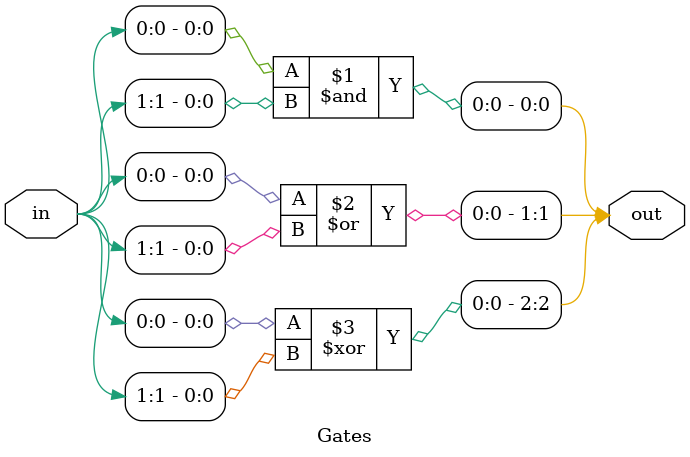
<source format=v>
module Gates(in, out);
   input [0:1] in;
   output [0:2] out;

   and and0(out[0], in[0], in[1]);
   or or0(out[1], in[0], in[1]);
   xor xor0(out[2], in[0], in[1]);
endmodule


</source>
